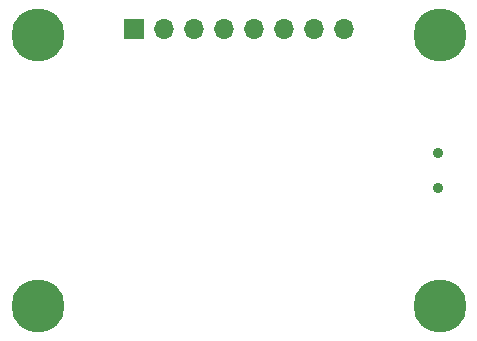
<source format=gts>
%TF.GenerationSoftware,KiCad,Pcbnew,(6.0.1)*%
%TF.CreationDate,2022-01-25T13:59:19+08:00*%
%TF.ProjectId,PCB_OLED_OEL1M4033FPC_A1_E,5043425f-4f4c-4454-945f-4f454c314d34,1.1*%
%TF.SameCoordinates,Original*%
%TF.FileFunction,Soldermask,Top*%
%TF.FilePolarity,Negative*%
%FSLAX46Y46*%
G04 Gerber Fmt 4.6, Leading zero omitted, Abs format (unit mm)*
G04 Created by KiCad (PCBNEW (6.0.1)) date 2022-01-25 13:59:19*
%MOMM*%
%LPD*%
G01*
G04 APERTURE LIST*
%ADD10C,4.500000*%
%ADD11C,3.100000*%
%ADD12R,1.700000X1.700000*%
%ADD13O,1.700000X1.700000*%
%ADD14C,0.900000*%
G04 APERTURE END LIST*
D10*
%TO.C,REF\u002A\u002A*%
X92500000Y-59000000D03*
D11*
X92500000Y-59000000D03*
%TD*%
D10*
%TO.C,REF\u002A\u002A*%
X126500000Y-59000000D03*
D11*
X126500000Y-59000000D03*
%TD*%
%TO.C,REF\u002A\u002A*%
X126500000Y-36000000D03*
D10*
X126500000Y-36000000D03*
%TD*%
D11*
%TO.C,REF\u002A\u002A*%
X92500000Y-36000000D03*
D10*
X92500000Y-36000000D03*
%TD*%
D12*
%TO.C,J1*%
X100625000Y-35500000D03*
D13*
X103165000Y-35500000D03*
X105705000Y-35500000D03*
X108245000Y-35500000D03*
X110785000Y-35500000D03*
X113325000Y-35500000D03*
X115865000Y-35500000D03*
X118405000Y-35500000D03*
%TD*%
D14*
%TO.C,SW1*%
X126330000Y-49000000D03*
X126330000Y-46000000D03*
%TD*%
M02*

</source>
